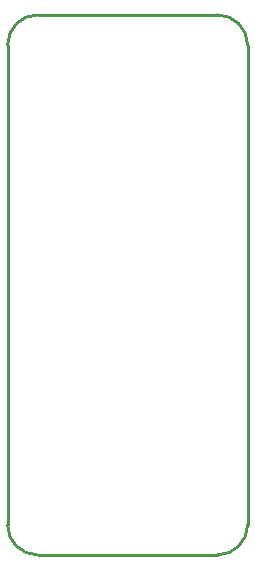
<source format=gko>
G04 Layer: BoardOutline*
G04 EasyEDA v6.4.25, 2022-02-03T13:57:38+11:00*
G04 a67cddfb3fce44daa9051d46cbbcc19f,10*
G04 Gerber Generator version 0.2*
G04 Scale: 100 percent, Rotated: No, Reflected: No *
G04 Dimensions in millimeters *
G04 leading zeros omitted , absolute positions ,4 integer and 5 decimal *
%FSLAX45Y45*%
%MOMM*%

%ADD10C,0.2540*%
D10*
X0Y254000D02*
G01*
X0Y4318000D01*
X1778000Y0D02*
G01*
X254000Y0D01*
X2032000Y4318000D02*
G01*
X2032000Y254000D01*
X254000Y4572000D02*
G01*
X1778000Y4572000D01*
G75*
G01*
X1778000Y4572000D02*
G02*
X2032000Y4318000I0J-254000D01*
G75*
G01*
X2032000Y254000D02*
G02*
X1778000Y0I-254000J0D01*
G75*
G01*
X254000Y0D02*
G02*
X0Y254000I0J254000D01*
G75*
G01*
X0Y4318000D02*
G02*
X254000Y4572000I254000J0D01*

%LPD*%
M02*

</source>
